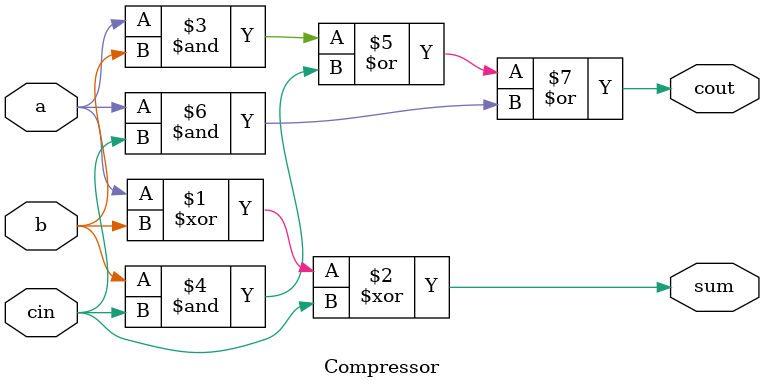
<source format=v>
 `timescale 1ps / 1ps
 module OA (output wz_p,wz_n, input x_p,x_n,y_p,y_n, input clk, rst);
  wire x_nn, s1, s1_n, hjp2, c2,zjp1_n, wjp2, w_s1r2, zjp1_p;
  reg s1r1, s1r2, s2r2,s2r1, s2r3;

Compressor ins1(x_p,x_nn,y_p,s1,hjp2),
           ins2(~s1r1,~w_s1r2,hjp2,wjp2,c2);
  assign x_nn = ~x_n;
  assign s1_n = ~s1;
  assign w_s1r2 = s1r2;
  assign zjp1_n = ~c2;
  assign zjp1_p = s2r2;
  assign wz_n = s2r1;
  assign wz_p = s2r3; 
   
  always@(posedge clk)
  begin
  if (~rst)
    begin
    s1r1 = s1_n;
    s1r2 = y_n;
    s2r2 = wjp2;
    s2r1 = zjp1_n;
    s2r3 = zjp1_p;
  end
    
  else
    begin
    s1r1 = 1'b0;
    s2r1 = 1'b0;
    s2r3 = 1'b0;
    s2r2 = 1'b0;
    s1r2 = 1'b0;
  end
end      
endmodule

`timescale 1ps / 1ps
module Compressor (a, b, cin, sum, cout);
  output cout, sum;
  input a, b, cin;
  assign sum = a^b^cin;
  assign cout = ((a&b) | (b&cin) | (a&cin));
endmodule





</source>
